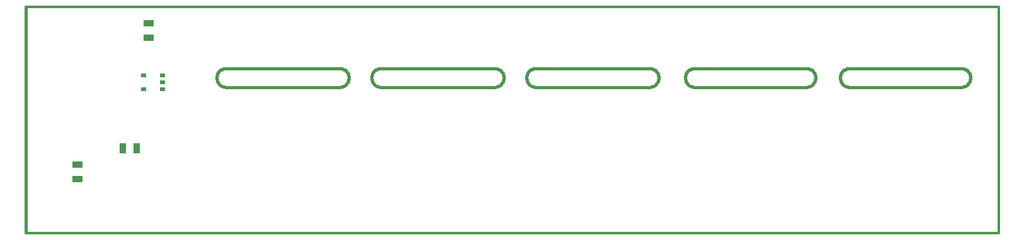
<source format=gbp>
G04 (created by PCBNEW-RS274X (20100406 SVN-R2508)-final) date 6/3/2010 9:57:38 PM*
G01*
G70*
G90*
%MOIN*%
G04 Gerber Fmt 3.4, Leading zero omitted, Abs format*
%FSLAX34Y34*%
G04 APERTURE LIST*
%ADD10C,0.006000*%
%ADD11C,0.012000*%
%ADD12C,0.015000*%
%ADD13R,0.030000X0.020000*%
%ADD14R,0.055000X0.035000*%
%ADD15R,0.035000X0.055000*%
G04 APERTURE END LIST*
G54D10*
G54D11*
X72500Y-43250D02*
X21000Y-43250D01*
X72500Y-55250D02*
X72500Y-43250D01*
X21000Y-55250D02*
X72500Y-55250D01*
G54D12*
X70500Y-47500D02*
X70543Y-47498D01*
X70586Y-47492D01*
X70629Y-47482D01*
X70671Y-47469D01*
X70711Y-47453D01*
X70750Y-47433D01*
X70786Y-47409D01*
X70821Y-47383D01*
X70853Y-47353D01*
X70883Y-47321D01*
X70909Y-47286D01*
X70933Y-47249D01*
X70953Y-47211D01*
X70969Y-47171D01*
X70982Y-47129D01*
X70992Y-47086D01*
X70998Y-47043D01*
X71000Y-47000D01*
X71000Y-47000D02*
X70998Y-46957D01*
X70992Y-46914D01*
X70982Y-46871D01*
X70969Y-46829D01*
X70953Y-46789D01*
X70933Y-46751D01*
X70909Y-46714D01*
X70883Y-46679D01*
X70853Y-46647D01*
X70821Y-46617D01*
X70786Y-46591D01*
X70750Y-46567D01*
X70711Y-46547D01*
X70671Y-46531D01*
X70629Y-46518D01*
X70586Y-46508D01*
X70543Y-46502D01*
X70500Y-46500D01*
X64600Y-47500D02*
X70500Y-47500D01*
X70500Y-46500D02*
X64600Y-46500D01*
X21000Y-55200D02*
X21000Y-55000D01*
X54000Y-47500D02*
X48000Y-47500D01*
X31600Y-46500D02*
X31557Y-46502D01*
X31514Y-46508D01*
X31471Y-46518D01*
X31429Y-46531D01*
X31389Y-46547D01*
X31351Y-46567D01*
X31314Y-46591D01*
X31279Y-46617D01*
X31247Y-46647D01*
X31217Y-46679D01*
X31191Y-46714D01*
X31167Y-46751D01*
X31147Y-46789D01*
X31131Y-46829D01*
X31118Y-46871D01*
X31108Y-46914D01*
X31102Y-46957D01*
X31100Y-47000D01*
X31100Y-47000D02*
X31102Y-47043D01*
X31108Y-47086D01*
X31118Y-47129D01*
X31131Y-47171D01*
X31147Y-47211D01*
X31167Y-47249D01*
X31191Y-47286D01*
X31217Y-47321D01*
X31247Y-47353D01*
X31279Y-47383D01*
X31314Y-47409D01*
X31351Y-47433D01*
X31389Y-47453D01*
X31429Y-47469D01*
X31471Y-47482D01*
X31514Y-47492D01*
X31557Y-47498D01*
X31600Y-47500D01*
X37600Y-47500D02*
X37643Y-47498D01*
X37686Y-47492D01*
X37729Y-47482D01*
X37771Y-47469D01*
X37811Y-47453D01*
X37850Y-47433D01*
X37886Y-47409D01*
X37921Y-47383D01*
X37953Y-47353D01*
X37983Y-47321D01*
X38009Y-47286D01*
X38033Y-47249D01*
X38053Y-47211D01*
X38069Y-47171D01*
X38082Y-47129D01*
X38092Y-47086D01*
X38098Y-47043D01*
X38100Y-47000D01*
X38100Y-47000D02*
X38098Y-46957D01*
X38092Y-46914D01*
X38082Y-46871D01*
X38069Y-46829D01*
X38053Y-46789D01*
X38033Y-46751D01*
X38009Y-46714D01*
X37983Y-46679D01*
X37953Y-46647D01*
X37921Y-46617D01*
X37886Y-46591D01*
X37850Y-46567D01*
X37811Y-46547D01*
X37771Y-46531D01*
X37729Y-46518D01*
X37686Y-46508D01*
X37643Y-46502D01*
X37600Y-46500D01*
X39800Y-46500D02*
X39757Y-46502D01*
X39714Y-46508D01*
X39671Y-46518D01*
X39629Y-46531D01*
X39589Y-46547D01*
X39551Y-46567D01*
X39514Y-46591D01*
X39479Y-46617D01*
X39447Y-46647D01*
X39417Y-46679D01*
X39391Y-46714D01*
X39367Y-46751D01*
X39347Y-46789D01*
X39331Y-46829D01*
X39318Y-46871D01*
X39308Y-46914D01*
X39302Y-46957D01*
X39300Y-47000D01*
X39300Y-47000D02*
X39302Y-47043D01*
X39308Y-47086D01*
X39318Y-47129D01*
X39331Y-47171D01*
X39347Y-47211D01*
X39367Y-47249D01*
X39391Y-47286D01*
X39417Y-47321D01*
X39447Y-47353D01*
X39479Y-47383D01*
X39514Y-47409D01*
X39551Y-47433D01*
X39589Y-47453D01*
X39629Y-47469D01*
X39671Y-47482D01*
X39714Y-47492D01*
X39757Y-47498D01*
X39800Y-47500D01*
X45800Y-47500D02*
X45843Y-47498D01*
X45886Y-47492D01*
X45929Y-47482D01*
X45971Y-47469D01*
X46011Y-47453D01*
X46050Y-47433D01*
X46086Y-47409D01*
X46121Y-47383D01*
X46153Y-47353D01*
X46183Y-47321D01*
X46209Y-47286D01*
X46233Y-47249D01*
X46253Y-47211D01*
X46269Y-47171D01*
X46282Y-47129D01*
X46292Y-47086D01*
X46298Y-47043D01*
X46300Y-47000D01*
X46300Y-47000D02*
X46298Y-46957D01*
X46292Y-46914D01*
X46282Y-46871D01*
X46269Y-46829D01*
X46253Y-46789D01*
X46233Y-46751D01*
X46209Y-46714D01*
X46183Y-46679D01*
X46153Y-46647D01*
X46121Y-46617D01*
X46086Y-46591D01*
X46050Y-46567D01*
X46011Y-46547D01*
X45971Y-46531D01*
X45929Y-46518D01*
X45886Y-46508D01*
X45843Y-46502D01*
X45800Y-46500D01*
X48000Y-46500D02*
X47957Y-46502D01*
X47914Y-46508D01*
X47871Y-46518D01*
X47829Y-46531D01*
X47789Y-46547D01*
X47751Y-46567D01*
X47714Y-46591D01*
X47679Y-46617D01*
X47647Y-46647D01*
X47617Y-46679D01*
X47591Y-46714D01*
X47567Y-46751D01*
X47547Y-46789D01*
X47531Y-46829D01*
X47518Y-46871D01*
X47508Y-46914D01*
X47502Y-46957D01*
X47500Y-47000D01*
X47500Y-47000D02*
X47502Y-47043D01*
X47508Y-47086D01*
X47518Y-47129D01*
X47531Y-47171D01*
X47547Y-47211D01*
X47567Y-47249D01*
X47591Y-47286D01*
X47617Y-47321D01*
X47647Y-47353D01*
X47679Y-47383D01*
X47714Y-47409D01*
X47751Y-47433D01*
X47789Y-47453D01*
X47829Y-47469D01*
X47871Y-47482D01*
X47914Y-47492D01*
X47957Y-47498D01*
X48000Y-47500D01*
X54000Y-47500D02*
X54043Y-47498D01*
X54086Y-47492D01*
X54129Y-47482D01*
X54171Y-47469D01*
X54211Y-47453D01*
X54250Y-47433D01*
X54286Y-47409D01*
X54321Y-47383D01*
X54353Y-47353D01*
X54383Y-47321D01*
X54409Y-47286D01*
X54433Y-47249D01*
X54453Y-47211D01*
X54469Y-47171D01*
X54482Y-47129D01*
X54492Y-47086D01*
X54498Y-47043D01*
X54500Y-47000D01*
X54500Y-47000D02*
X54498Y-46957D01*
X54492Y-46914D01*
X54482Y-46871D01*
X54469Y-46829D01*
X54453Y-46789D01*
X54433Y-46751D01*
X54409Y-46714D01*
X54383Y-46679D01*
X54353Y-46647D01*
X54321Y-46617D01*
X54286Y-46591D01*
X54250Y-46567D01*
X54211Y-46547D01*
X54171Y-46531D01*
X54129Y-46518D01*
X54086Y-46508D01*
X54043Y-46502D01*
X54000Y-46500D01*
X55900Y-47000D02*
X55902Y-47043D01*
X55908Y-47086D01*
X55918Y-47129D01*
X55931Y-47171D01*
X55947Y-47211D01*
X55967Y-47249D01*
X55991Y-47286D01*
X56017Y-47321D01*
X56047Y-47353D01*
X56079Y-47383D01*
X56114Y-47409D01*
X56151Y-47433D01*
X56189Y-47453D01*
X56229Y-47469D01*
X56271Y-47482D01*
X56314Y-47492D01*
X56357Y-47498D01*
X56400Y-47500D01*
X56400Y-46500D02*
X56357Y-46502D01*
X56314Y-46508D01*
X56271Y-46518D01*
X56229Y-46531D01*
X56189Y-46547D01*
X56151Y-46567D01*
X56114Y-46591D01*
X56079Y-46617D01*
X56047Y-46647D01*
X56017Y-46679D01*
X55991Y-46714D01*
X55967Y-46751D01*
X55947Y-46789D01*
X55931Y-46829D01*
X55918Y-46871D01*
X55908Y-46914D01*
X55902Y-46957D01*
X55900Y-47000D01*
X62300Y-47500D02*
X62343Y-47498D01*
X62386Y-47492D01*
X62429Y-47482D01*
X62471Y-47469D01*
X62511Y-47453D01*
X62550Y-47433D01*
X62586Y-47409D01*
X62621Y-47383D01*
X62653Y-47353D01*
X62683Y-47321D01*
X62709Y-47286D01*
X62733Y-47249D01*
X62753Y-47211D01*
X62769Y-47171D01*
X62782Y-47129D01*
X62792Y-47086D01*
X62798Y-47043D01*
X62800Y-47000D01*
X62800Y-47000D02*
X62798Y-46957D01*
X62792Y-46914D01*
X62782Y-46871D01*
X62769Y-46829D01*
X62753Y-46789D01*
X62733Y-46751D01*
X62709Y-46714D01*
X62683Y-46679D01*
X62653Y-46647D01*
X62621Y-46617D01*
X62586Y-46591D01*
X62550Y-46567D01*
X62511Y-46547D01*
X62471Y-46531D01*
X62429Y-46518D01*
X62386Y-46508D01*
X62343Y-46502D01*
X62300Y-46500D01*
X31600Y-47500D02*
X37600Y-47500D01*
X37600Y-46500D02*
X31600Y-46500D01*
X39800Y-47500D02*
X45800Y-47500D01*
X45800Y-46500D02*
X39800Y-46500D01*
X54000Y-46500D02*
X48000Y-46500D01*
X56400Y-46500D02*
X62300Y-46500D01*
X62300Y-47500D02*
X56400Y-47500D01*
X64100Y-47000D02*
X64102Y-47043D01*
X64108Y-47086D01*
X64118Y-47129D01*
X64131Y-47171D01*
X64147Y-47211D01*
X64167Y-47249D01*
X64191Y-47286D01*
X64217Y-47321D01*
X64247Y-47353D01*
X64279Y-47383D01*
X64314Y-47409D01*
X64351Y-47433D01*
X64389Y-47453D01*
X64429Y-47469D01*
X64471Y-47482D01*
X64514Y-47492D01*
X64557Y-47498D01*
X64600Y-47500D01*
X64600Y-46500D02*
X64557Y-46502D01*
X64514Y-46508D01*
X64471Y-46518D01*
X64429Y-46531D01*
X64389Y-46547D01*
X64351Y-46567D01*
X64314Y-46591D01*
X64279Y-46617D01*
X64247Y-46647D01*
X64217Y-46679D01*
X64191Y-46714D01*
X64167Y-46751D01*
X64147Y-46789D01*
X64131Y-46829D01*
X64118Y-46871D01*
X64108Y-46914D01*
X64102Y-46957D01*
X64100Y-47000D01*
X21000Y-43250D02*
X21000Y-55000D01*
G54D13*
X28250Y-46875D03*
X28250Y-47625D03*
X27250Y-46875D03*
X28250Y-47250D03*
X27250Y-47625D03*
G54D14*
X23750Y-52375D03*
X23750Y-51625D03*
G54D15*
X26125Y-50750D03*
X26875Y-50750D03*
G54D14*
X27500Y-44125D03*
X27500Y-44875D03*
M02*

</source>
